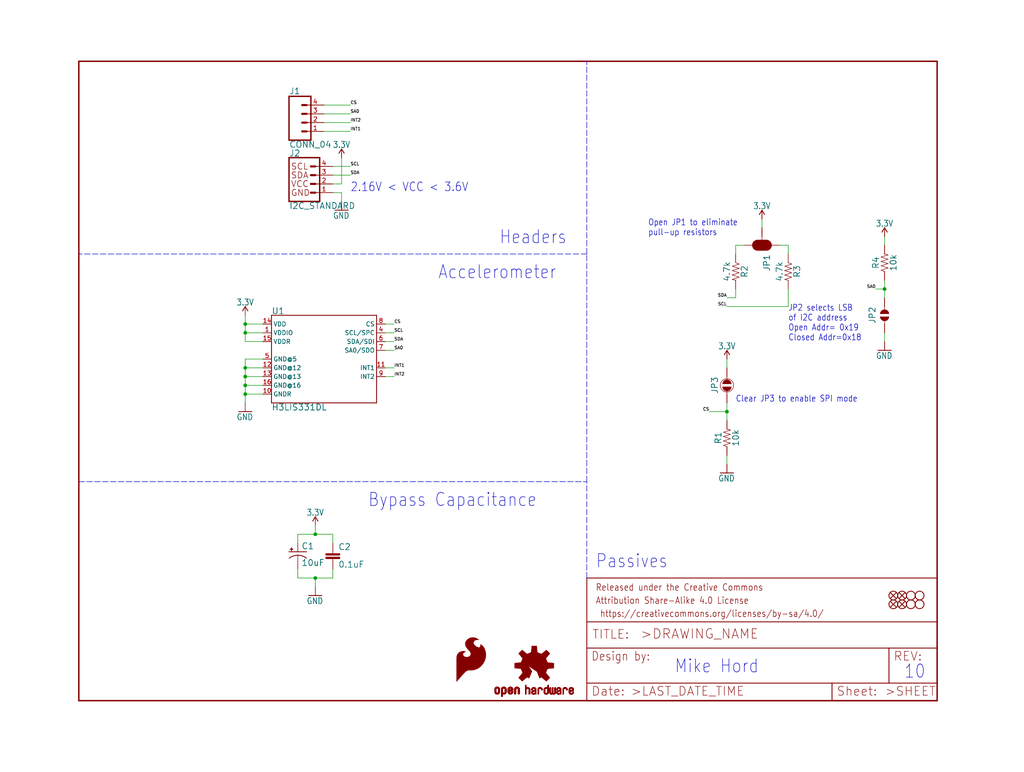
<source format=kicad_sch>
(kicad_sch (version 20211123) (generator eeschema)
  (paper "User" 297.002 223.926)
  (lib_symbols
    (symbol "eagleSchem-eagle-import:0.1UF-0603-25V-5%"
      (property "Reference" "C" (at 1.524 2.921 0))
      (property "Value" "0.1UF-0603-25V-5%" (at 1.524 -2.159 0))
      (symbol "0.1UF-0603-25V-5%_1_0"
        (pin passive line (at 0 5.08 270) (length 2.54) (name "1") (number "1"))
        (pin passive line (at 0 -2.54 90) (length 2.54) (name "2") (number "2"))
      )
    )
    (symbol "eagleSchem-eagle-import:10KOHM-0603-1{slash}10W-1%"
      (property "Reference" "R" (at 0 1.524 0))
      (property "Value" "10KOHM-0603-1{slash}10W-1%" (at 0 -1.524 0))
      (symbol "10KOHM-0603-1{slash}10W-1%_1_0"
        (pin passive line (at -5.08 0 0) (length 2.54) (name "1") (number "1"))
        (pin passive line (at 5.08 0 180) (length 2.54) (name "2") (number "2"))
      )
    )
    (symbol "eagleSchem-eagle-import:10UF-POLAR-EIA3216-16V-10%(TANT)"
      (property "Reference" "C" (at 1.016 0.635 0))
      (property "Value" "10UF-POLAR-EIA3216-16V-10%(TANT)" (at 1.016 -4.191 0))
      (symbol "10UF-POLAR-EIA3216-16V-10%(TANT)_1_0"
        (pin passive line (at 0 2.54 270) (length 2.54) (name "+") (number "+"))
        (pin passive line (at 0 -5.08 90) (length 2.54) (name "-") (number "-"))
      )
    )
    (symbol "eagleSchem-eagle-import:3.3V" (power)
      (property "Value" "3.3V" (at 0 2.794 0))
      (symbol "3.3V_1_0"
        (pin power_in line (at 0 0 90) (length 2.54) (name "3.3V") (number "1"))
      )
    )
    (symbol "eagleSchem-eagle-import:4.7KOHM-0603-1{slash}10W-1%"
      (property "Reference" "R" (at 0 1.524 0))
      (property "Value" "4.7KOHM-0603-1{slash}10W-1%" (at 0 -1.524 0))
      (symbol "4.7KOHM-0603-1{slash}10W-1%_1_0"
        (pin passive line (at -5.08 0 0) (length 2.54) (name "1") (number "1"))
        (pin passive line (at 5.08 0 180) (length 2.54) (name "2") (number "2"))
      )
    )
    (symbol "eagleSchem-eagle-import:CONN_04"
      (property "Reference" "J" (at -5.08 8.128 0))
      (property "Value" "CONN_04" (at -5.08 -7.366 0))
      (symbol "CONN_04_1_0"
        (pin passive line (at 5.08 -2.54 180) (length 5.08) (name "1") (number "1"))
        (pin passive line (at 5.08 0 180) (length 5.08) (name "2") (number "2"))
        (pin passive line (at 5.08 2.54 180) (length 5.08) (name "3") (number "3"))
        (pin passive line (at 5.08 5.08 180) (length 5.08) (name "4") (number "4"))
      )
    )
    (symbol "eagleSchem-eagle-import:FIDUCIAL1X2")
    (symbol "eagleSchem-eagle-import:FRAME-LETTER"
      (symbol "FRAME-LETTER_2_0"
        (text " https://creativecommons.org/licenses/by-sa/4.0/" (at 2.54 24.13 0) (effects (font (size 1.9304 1.6408)) (justify left bottom)))
        (text ">DRAWING_NAME" (at 15.494 17.78 0) (effects (font (size 2.7432 2.7432)) (justify left bottom)))
        (text ">LAST_DATE_TIME" (at 12.7 1.27 0) (effects (font (size 2.54 2.54)) (justify left bottom)))
        (text ">SHEET" (at 86.36 1.27 0) (effects (font (size 2.54 2.54)) (justify left bottom)))
        (text "Attribution Share-Alike 4.0 License" (at 2.54 27.94 0) (effects (font (size 1.9304 1.6408)) (justify left bottom)))
        (text "Date:" (at 1.27 1.27 0) (effects (font (size 2.54 2.54)) (justify left bottom)))
        (text "Design by:" (at 1.27 11.43 0) (effects (font (size 2.54 2.159)) (justify left bottom)))
        (text "Released under the Creative Commons" (at 2.54 31.75 0) (effects (font (size 1.9304 1.6408)) (justify left bottom)))
        (text "REV:" (at 88.9 11.43 0) (effects (font (size 2.54 2.54)) (justify left bottom)))
        (text "Sheet:" (at 72.39 1.27 0) (effects (font (size 2.54 2.54)) (justify left bottom)))
        (text "TITLE:" (at 1.524 17.78 0) (effects (font (size 2.54 2.54)) (justify left bottom)))
      )
    )
    (symbol "eagleSchem-eagle-import:GND" (power)
      (property "Value" "GND" (at -2.54 -2.54 0))
      (symbol "GND_1_0"
        (pin power_in line (at 0 2.54 270) (length 2.54) (name "GND") (number "1"))
      )
    )
    (symbol "eagleSchem-eagle-import:H3LIS331DL"
      (property "Reference" "U" (at -15.24 12.954 0))
      (property "Value" "H3LIS331DL" (at -15.24 -12.954 0))
      (symbol "H3LIS331DL_1_0"
        (pin bidirectional line (at -17.78 7.62 0) (length 2.54) (name "VDDIO") (number "1"))
        (pin bidirectional line (at -17.78 -10.16 0) (length 2.54) (name "GNDR") (number "10"))
        (pin bidirectional line (at 17.78 -2.54 180) (length 2.54) (name "INT1") (number "11"))
        (pin bidirectional line (at -17.78 -2.54 0) (length 2.54) (name "GND@12") (number "12"))
        (pin bidirectional line (at -17.78 -5.08 0) (length 2.54) (name "GND@13") (number "13"))
        (pin bidirectional line (at -17.78 10.16 0) (length 2.54) (name "VDD") (number "14"))
        (pin bidirectional line (at -17.78 5.08 0) (length 2.54) (name "VDDR") (number "15"))
        (pin bidirectional line (at -17.78 -7.62 0) (length 2.54) (name "GND@16") (number "16"))
        (pin bidirectional line (at 17.78 7.62 180) (length 2.54) (name "SCL/SPC") (number "4"))
        (pin bidirectional line (at -17.78 0 0) (length 2.54) (name "GND@5") (number "5"))
        (pin bidirectional line (at 17.78 5.08 180) (length 2.54) (name "SDA/SDI") (number "6"))
        (pin bidirectional line (at 17.78 2.54 180) (length 2.54) (name "SA0/SDO") (number "7"))
        (pin bidirectional line (at 17.78 10.16 180) (length 2.54) (name "CS") (number "8"))
        (pin bidirectional line (at 17.78 -5.08 180) (length 2.54) (name "INT2") (number "9"))
      )
    )
    (symbol "eagleSchem-eagle-import:I2C_STANDARD"
      (property "Reference" "J" (at -5.08 7.874 0))
      (property "Value" "I2C_STANDARD" (at -5.08 -5.334 0))
      (symbol "I2C_STANDARD_1_0"
        (text "GND" (at -4.572 -2.54 0) (effects (font (size 1.778 1.778)) (justify left)))
        (text "SCL" (at -4.572 5.08 0) (effects (font (size 1.778 1.778)) (justify left)))
        (text "SDA" (at -4.572 2.54 0) (effects (font (size 1.778 1.778)) (justify left)))
        (text "VCC" (at -4.572 0 0) (effects (font (size 1.778 1.778)) (justify left)))
        (pin power_in line (at 7.62 -2.54 180) (length 5.08) (name "1") (number "1"))
        (pin power_in line (at 7.62 0 180) (length 5.08) (name "2") (number "2"))
        (pin passive line (at 7.62 2.54 180) (length 5.08) (name "3") (number "3"))
        (pin passive line (at 7.62 5.08 180) (length 5.08) (name "4") (number "4"))
      )
    )
    (symbol "eagleSchem-eagle-import:JUMPER-SMT_2_NC_PASTE_NO-SILK"
      (property "Reference" "JP" (at -2.54 2.54 0))
      (property "Value" "JUMPER-SMT_2_NC_PASTE_NO-SILK" (at -2.54 -2.54 0))
      (symbol "JUMPER-SMT_2_NC_PASTE_NO-SILK_1_0"
        (pin passive line (at -5.08 0 0) (length 2.54) (name "1") (number "1"))
        (pin passive line (at 5.08 0 180) (length 2.54) (name "2") (number "2"))
      )
    )
    (symbol "eagleSchem-eagle-import:JUMPER-SMT_2_NO_NO-SILK"
      (property "Reference" "JP" (at -2.54 2.54 0))
      (property "Value" "JUMPER-SMT_2_NO_NO-SILK" (at -2.54 -2.54 0))
      (symbol "JUMPER-SMT_2_NO_NO-SILK_1_0"
        (pin passive line (at -5.08 0 0) (length 2.54) (name "1") (number "1"))
        (pin passive line (at 5.08 0 180) (length 2.54) (name "2") (number "2"))
      )
    )
    (symbol "eagleSchem-eagle-import:JUMPER-SMT_3_2-NC_PASTE_NO-SILK"
      (property "Reference" "JP" (at 2.54 0.381 0))
      (property "Value" "JUMPER-SMT_3_2-NC_PASTE_NO-SILK" (at 2.54 -0.381 0))
      (symbol "JUMPER-SMT_3_2-NC_PASTE_NO-SILK_1_0"
        (pin passive line (at 0 5.08 270) (length 2.54) (name "1") (number "1"))
        (pin passive line (at -5.08 0 0) (length 2.54) (name "2") (number "2"))
        (pin passive line (at 0 -5.08 90) (length 2.54) (name "3") (number "3"))
      )
    )
    (symbol "eagleSchem-eagle-import:OSHW-LOGOS")
    (symbol "eagleSchem-eagle-import:SFE_LOGO_FLAME.1_INCH")
    (symbol "eagleSchem-eagle-import:STAND-OFF")
  )
  (junction (at 91.44 154.94))
  (junction (at 71.12 111.76))
  (junction (at 71.12 109.22))
  (junction (at 210.82 119.38))
  (junction (at 71.12 96.52))
  (junction (at 71.12 93.98))
  (junction (at 71.12 114.3))
  (junction (at 91.44 167.64))
  (junction (at 71.12 106.68))
  (junction (at 256.54 83.82))
  (wire (pts (xy 210.82 132.08) (xy 210.82 134.62)))
  (wire (pts (xy 215.9 71.12) (xy 213.36 71.12)))
  (wire (pts (xy 76.2 114.3) (xy 71.12 114.3)))
  (wire (pts (xy 76.2 93.98) (xy 71.12 93.98)))
  (wire (pts (xy 96.52 53.34) (xy 99.06 53.34)))
  (wire (pts (xy 228.6 88.9) (xy 210.82 88.9)))
  (wire (pts (xy 256.54 83.82) (xy 256.54 81.28)))
  (polyline (pts (xy 170.18 73.66) (xy 22.86 73.66)))
  (wire (pts (xy 71.12 106.68) (xy 71.12 109.22)))
  (wire (pts (xy 228.6 83.82) (xy 228.6 88.9)))
  (polyline (pts (xy 22.86 139.7) (xy 170.18 139.7)))
  (wire (pts (xy 213.36 86.36) (xy 210.82 86.36)))
  (wire (pts (xy 71.12 96.52) (xy 71.12 93.98)))
  (wire (pts (xy 213.36 71.12) (xy 213.36 73.66)))
  (wire (pts (xy 220.98 63.5) (xy 220.98 66.04)))
  (wire (pts (xy 111.76 93.98) (xy 114.3 93.98)))
  (wire (pts (xy 111.76 109.22) (xy 114.3 109.22)))
  (wire (pts (xy 256.54 83.82) (xy 254 83.82)))
  (wire (pts (xy 76.2 96.52) (xy 71.12 96.52)))
  (wire (pts (xy 96.52 55.88) (xy 99.06 55.88)))
  (wire (pts (xy 99.06 53.34) (xy 99.06 45.72)))
  (wire (pts (xy 86.36 167.64) (xy 91.44 167.64)))
  (wire (pts (xy 96.52 154.94) (xy 96.52 157.48)))
  (wire (pts (xy 71.12 114.3) (xy 71.12 116.84)))
  (wire (pts (xy 111.76 106.68) (xy 114.3 106.68)))
  (wire (pts (xy 71.12 109.22) (xy 71.12 111.76)))
  (wire (pts (xy 86.36 165.1) (xy 86.36 167.64)))
  (wire (pts (xy 71.12 104.14) (xy 71.12 106.68)))
  (wire (pts (xy 93.98 35.56) (xy 101.6 35.56)))
  (wire (pts (xy 210.82 104.14) (xy 210.82 106.68)))
  (wire (pts (xy 71.12 93.98) (xy 71.12 91.44)))
  (wire (pts (xy 111.76 101.6) (xy 114.3 101.6)))
  (wire (pts (xy 96.52 167.64) (xy 96.52 165.1)))
  (wire (pts (xy 91.44 170.18) (xy 91.44 167.64)))
  (wire (pts (xy 71.12 99.06) (xy 71.12 96.52)))
  (wire (pts (xy 86.36 157.48) (xy 86.36 154.94)))
  (wire (pts (xy 210.82 119.38) (xy 205.74 119.38)))
  (polyline (pts (xy 170.18 167.64) (xy 170.18 139.7)))
  (wire (pts (xy 111.76 99.06) (xy 114.3 99.06)))
  (wire (pts (xy 256.54 99.06) (xy 256.54 96.52)))
  (wire (pts (xy 76.2 111.76) (xy 71.12 111.76)))
  (wire (pts (xy 226.06 71.12) (xy 228.6 71.12)))
  (wire (pts (xy 76.2 109.22) (xy 71.12 109.22)))
  (wire (pts (xy 71.12 111.76) (xy 71.12 114.3)))
  (polyline (pts (xy 170.18 73.66) (xy 170.18 17.78)))
  (wire (pts (xy 256.54 68.58) (xy 256.54 71.12)))
  (wire (pts (xy 210.82 116.84) (xy 210.82 119.38)))
  (wire (pts (xy 96.52 50.8) (xy 101.6 50.8)))
  (wire (pts (xy 111.76 96.52) (xy 114.3 96.52)))
  (wire (pts (xy 91.44 154.94) (xy 96.52 154.94)))
  (wire (pts (xy 210.82 119.38) (xy 210.82 121.92)))
  (wire (pts (xy 228.6 71.12) (xy 228.6 73.66)))
  (wire (pts (xy 99.06 55.88) (xy 99.06 58.42)))
  (wire (pts (xy 93.98 38.1) (xy 101.6 38.1)))
  (wire (pts (xy 76.2 99.06) (xy 71.12 99.06)))
  (wire (pts (xy 91.44 167.64) (xy 96.52 167.64)))
  (wire (pts (xy 76.2 104.14) (xy 71.12 104.14)))
  (wire (pts (xy 91.44 154.94) (xy 91.44 152.4)))
  (wire (pts (xy 86.36 154.94) (xy 91.44 154.94)))
  (wire (pts (xy 93.98 30.48) (xy 101.6 30.48)))
  (wire (pts (xy 96.52 48.26) (xy 101.6 48.26)))
  (wire (pts (xy 76.2 106.68) (xy 71.12 106.68)))
  (wire (pts (xy 256.54 86.36) (xy 256.54 83.82)))
  (polyline (pts (xy 170.18 139.7) (xy 170.18 73.66)))
  (wire (pts (xy 93.98 33.02) (xy 101.6 33.02)))
  (wire (pts (xy 213.36 83.82) (xy 213.36 86.36)))
  (text "10" (at 262.128 197.104 180) (effects (font (size 3.81 3.2385)) (justify left bottom)))
  (text "Open JP1 to eliminate\npull-up resistors" (at 187.96 68.58 180) (effects (font (size 1.778 1.5113)) (justify left bottom)))
  (text "JP2 selects LSB\nof I2C address\nOpen Addr= 0x19\nClosed Addr=0x18" (at 228.6 99.06 0) (effects (font (size 1.778 1.5113)) (justify left bottom)))
  (text "Accelerometer" (at 127 81.28 180) (effects (font (size 3.81 3.2385)) (justify left bottom)))
  (text "Bypass Capacitance" (at 106.68 147.32 180) (effects (font (size 3.81 3.2385)) (justify left bottom)))
  (text "Mike Hord" (at 195.58 195.58 180) (effects (font (size 3.81 3.2385)) (justify left bottom)))
  (text "2.16V < VCC < 3.6V" (at 101.6 55.88 180) (effects (font (size 2.54 2.159)) (justify left bottom)))
  (text "Clear JP3 to enable SPI mode" (at 213.36 116.84 180) (effects (font (size 1.778 1.5113)) (justify left bottom)))
  (text "Passives" (at 172.72 165.1 180) (effects (font (size 3.81 3.2385)) (justify left bottom)))
  (text "Headers" (at 144.78 71.12 180) (effects (font (size 3.81 3.2385)) (justify left bottom)))
  (label "CS" (at 114.3 93.98 0) (effects (font (size 0.889 0.889))))
  (label "SA0" (at 101.6 33.02 0) (effects (font (size 0.889 0.889))))
  (label "SCL" (at 101.6 48.26 0) (effects (font (size 0.889 0.889))))
  (label "SA0" (at 114.3 101.6 0) (effects (font (size 0.889 0.889))))
  (label "INT1" (at 101.6 38.1 0) (effects (font (size 0.889 0.889))))
  (label "SDA" (at 101.6 50.8 0) (effects (font (size 0.889 0.889))))
  (label "INT2" (at 101.6 35.56 0) (effects (font (size 0.889 0.889))))
  (label "SDA" (at 114.3 99.06 0) (effects (font (size 0.889 0.889))))
  (label "SDA" (at 210.82 86.36 180) (effects (font (size 0.889 0.889))))
  (label "SCL" (at 114.3 96.52 0) (effects (font (size 0.889 0.889))))
  (label "SA0" (at 254 83.82 180) (effects (font (size 0.889 0.889))))
  (label "INT1" (at 114.3 106.68 0) (effects (font (size 0.889 0.889))))
  (label "CS" (at 205.74 119.38 180) (effects (font (size 0.889 0.889))))
  (label "CS" (at 101.6 30.48 0) (effects (font (size 0.889 0.889))))
  (label "SCL" (at 210.82 88.9 180) (effects (font (size 0.889 0.889))))
  (label "INT2" (at 114.3 109.22 0) (effects (font (size 0.889 0.889))))
  (symbol (lib_id "eagleSchem-eagle-import:3.3V") (at 91.44 152.4 0) (unit 1)
    (property "Reference" "#SUPPLY6" (effects hide))
    (property "Value" "3.3V" (at 91.44 149.606 0) (effects (font (size 1.778 1.5113)) (justify bottom)))
    (property "Footprint" "eagleSchem:" (effects hide))
  )
  (symbol (lib_id "eagleSchem-eagle-import:STAND-OFF") (at 264.16 172.72 0) (unit 1)
    (property "Reference" "JP8" (effects hide))
    (property "Value" "STAND-OFF" (effects hide))
    (property "Footprint" "eagleSchem:STAND-OFF" (effects hide))
  )
  (symbol (lib_id "eagleSchem-eagle-import:FIDUCIAL1X2") (at 259.08 172.72 0) (unit 1)
    (property "Reference" "JP4" (effects hide))
    (property "Value" "FIDUCIAL1X2" (effects hide))
    (property "Footprint" "eagleSchem:FIDUCIAL-1X2" (effects hide))
  )
  (symbol (lib_id "eagleSchem-eagle-import:4.7KOHM-0603-1{slash}10W-1%") (at 213.36 78.74 270) (unit 1)
    (property "Reference" "R2" (at 214.884 78.74 0) (effects (font (size 1.778 1.778)) (justify bottom)))
    (property "Value" "4.7k" (at 211.836 78.74 0) (effects (font (size 1.778 1.778)) (justify top)))
    (property "Footprint" "eagleSchem:0603" (effects hide))
  )
  (symbol (lib_id "eagleSchem-eagle-import:STAND-OFF") (at 264.16 175.26 0) (unit 1)
    (property "Reference" "JP9" (effects hide))
    (property "Value" "STAND-OFF" (effects hide))
    (property "Footprint" "eagleSchem:STAND-OFF" (effects hide))
  )
  (symbol (lib_id "eagleSchem-eagle-import:FRAME-LETTER") (at 170.18 203.2 0) (unit 2)
    (property "Reference" "FRAME1" (effects hide))
    (property "Value" "FRAME-LETTER" (effects hide))
    (property "Footprint" "eagleSchem:CREATIVE_COMMONS" (effects hide))
  )
  (symbol (lib_id "eagleSchem-eagle-import:3.3V") (at 256.54 68.58 0) (unit 1)
    (property "Reference" "#SUPPLY5" (effects hide))
    (property "Value" "3.3V" (at 256.54 65.786 0) (effects (font (size 1.778 1.5113)) (justify bottom)))
    (property "Footprint" "eagleSchem:" (effects hide))
  )
  (symbol (lib_id "eagleSchem-eagle-import:FIDUCIAL1X2") (at 261.62 175.26 0) (unit 1)
    (property "Reference" "JP7" (effects hide))
    (property "Value" "FIDUCIAL1X2" (effects hide))
    (property "Footprint" "eagleSchem:FIDUCIAL-1X2" (effects hide))
  )
  (symbol (lib_id "eagleSchem-eagle-import:CONN_04") (at 88.9 35.56 0) (unit 1)
    (property "Reference" "J1" (at 83.82 27.432 0) (effects (font (size 1.778 1.778)) (justify left bottom)))
    (property "Value" "CONN_04" (at 83.82 42.926 0) (effects (font (size 1.778 1.778)) (justify left bottom)))
    (property "Footprint" "eagleSchem:1X04" (effects hide))
  )
  (symbol (lib_id "eagleSchem-eagle-import:FRAME-LETTER") (at 22.86 203.2 0) (unit 1)
    (property "Reference" "FRAME1" (effects hide))
    (property "Value" "FRAME-LETTER" (effects hide))
    (property "Footprint" "eagleSchem:CREATIVE_COMMONS" (effects hide))
  )
  (symbol (lib_id "eagleSchem-eagle-import:GND") (at 256.54 101.6 0) (unit 1)
    (property "Reference" "#GND4" (effects hide))
    (property "Value" "GND" (at 254 104.14 0) (effects (font (size 1.778 1.5113)) (justify left bottom)))
    (property "Footprint" "eagleSchem:" (effects hide))
  )
  (symbol (lib_id "eagleSchem-eagle-import:OSHW-LOGOS") (at 154.94 193.04 0) (unit 1)
    (property "Reference" "LOGO2" (effects hide))
    (property "Value" "OSHW-LOGOS" (effects hide))
    (property "Footprint" "eagleSchem:OSHW-LOGO-S" (effects hide))
  )
  (symbol (lib_id "eagleSchem-eagle-import:3.3V") (at 210.82 104.14 0) (unit 1)
    (property "Reference" "#SUPPLY3" (effects hide))
    (property "Value" "3.3V" (at 210.82 101.346 0) (effects (font (size 1.778 1.5113)) (justify bottom)))
    (property "Footprint" "eagleSchem:" (effects hide))
  )
  (symbol (lib_id "eagleSchem-eagle-import:3.3V") (at 99.06 45.72 0) (unit 1)
    (property "Reference" "#SUPPLY1" (effects hide))
    (property "Value" "3.3V" (at 99.06 42.926 0) (effects (font (size 1.778 1.5113)) (justify bottom)))
    (property "Footprint" "eagleSchem:" (effects hide))
  )
  (symbol (lib_id "eagleSchem-eagle-import:STAND-OFF") (at 266.7 175.26 0) (unit 1)
    (property "Reference" "JP11" (effects hide))
    (property "Value" "STAND-OFF" (effects hide))
    (property "Footprint" "eagleSchem:STAND-OFF" (effects hide))
  )
  (symbol (lib_id "eagleSchem-eagle-import:JUMPER-SMT_2_NO_NO-SILK") (at 256.54 91.44 90) (unit 1)
    (property "Reference" "JP2" (at 254 93.98 0) (effects (font (size 1.778 1.778)) (justify left bottom)))
    (property "Value" "JUMPER-SMT_2_NO_NO-SILK" (effects hide))
    (property "Footprint" "eagleSchem:SMT-JUMPER_2_NO_NO-SILK" (effects hide))
  )
  (symbol (lib_id "eagleSchem-eagle-import:10KOHM-0603-1{slash}10W-1%") (at 210.82 127 90) (unit 1)
    (property "Reference" "R1" (at 209.296 127 0) (effects (font (size 1.778 1.778)) (justify bottom)))
    (property "Value" "10k" (at 212.344 127 0) (effects (font (size 1.778 1.778)) (justify top)))
    (property "Footprint" "eagleSchem:0603" (effects hide))
  )
  (symbol (lib_id "eagleSchem-eagle-import:GND") (at 91.44 172.72 0) (unit 1)
    (property "Reference" "#GND5" (effects hide))
    (property "Value" "GND" (at 88.9 175.26 0) (effects (font (size 1.778 1.5113)) (justify left bottom)))
    (property "Footprint" "eagleSchem:" (effects hide))
  )
  (symbol (lib_id "eagleSchem-eagle-import:H3LIS331DL") (at 93.98 104.14 0) (unit 1)
    (property "Reference" "U1" (at 78.74 91.186 0) (effects (font (size 1.778 1.778)) (justify left bottom)))
    (property "Value" "H3LIS331DL" (at 78.74 117.094 0) (effects (font (size 1.778 1.778)) (justify left top)))
    (property "Footprint" "eagleSchem:LGA-16-3X3" (effects hide))
  )
  (symbol (lib_id "eagleSchem-eagle-import:10KOHM-0603-1{slash}10W-1%") (at 256.54 76.2 90) (unit 1)
    (property "Reference" "R4" (at 255.016 76.2 0) (effects (font (size 1.778 1.778)) (justify bottom)))
    (property "Value" "10k" (at 258.064 76.2 0) (effects (font (size 1.778 1.778)) (justify top)))
    (property "Footprint" "eagleSchem:0603" (effects hide))
  )
  (symbol (lib_id "eagleSchem-eagle-import:JUMPER-SMT_3_2-NC_PASTE_NO-SILK") (at 220.98 71.12 270) (unit 1)
    (property "Reference" "JP1" (at 221.361 73.66 0) (effects (font (size 1.778 1.778)) (justify left bottom)))
    (property "Value" "JUMPER-SMT_3_2-NC_PASTE_NO-SILK" (effects hide))
    (property "Footprint" "eagleSchem:SMT-JUMPER_3_2-NC_PASTE_NO-SILK" (effects hide))
  )
  (symbol (lib_id "eagleSchem-eagle-import:10UF-POLAR-EIA3216-16V-10%(TANT)") (at 86.36 160.02 0) (unit 1)
    (property "Reference" "C1" (at 87.376 159.385 0) (effects (font (size 1.778 1.778)) (justify left bottom)))
    (property "Value" "10uF" (at 87.376 164.211 0) (effects (font (size 1.778 1.778)) (justify left bottom)))
    (property "Footprint" "eagleSchem:EIA3216" (effects hide))
  )
  (symbol (lib_id "eagleSchem-eagle-import:3.3V") (at 71.12 91.44 0) (unit 1)
    (property "Reference" "#SUPPLY2" (effects hide))
    (property "Value" "3.3V" (at 71.12 88.646 0) (effects (font (size 1.778 1.5113)) (justify bottom)))
    (property "Footprint" "eagleSchem:" (effects hide))
  )
  (symbol (lib_id "eagleSchem-eagle-import:0.1UF-0603-25V-5%") (at 96.52 162.56 0) (unit 1)
    (property "Reference" "C2" (at 98.044 159.639 0) (effects (font (size 1.778 1.778)) (justify left bottom)))
    (property "Value" "0.1uF" (at 98.044 164.719 0) (effects (font (size 1.778 1.778)) (justify left bottom)))
    (property "Footprint" "eagleSchem:0603" (effects hide))
  )
  (symbol (lib_id "eagleSchem-eagle-import:SFE_LOGO_FLAME.1_INCH") (at 132.08 198.12 0) (unit 1)
    (property "Reference" "LOGO1" (effects hide))
    (property "Value" "SFE_LOGO_FLAME.1_INCH" (effects hide))
    (property "Footprint" "eagleSchem:SFE_LOGO_FLAME_.1" (effects hide))
  )
  (symbol (lib_id "eagleSchem-eagle-import:3.3V") (at 220.98 63.5 0) (unit 1)
    (property "Reference" "#SUPPLY4" (effects hide))
    (property "Value" "3.3V" (at 220.98 60.706 0) (effects (font (size 1.778 1.5113)) (justify bottom)))
    (property "Footprint" "eagleSchem:" (effects hide))
  )
  (symbol (lib_id "eagleSchem-eagle-import:STAND-OFF") (at 266.7 172.72 0) (unit 1)
    (property "Reference" "JP10" (effects hide))
    (property "Value" "STAND-OFF" (effects hide))
    (property "Footprint" "eagleSchem:STAND-OFF" (effects hide))
  )
  (symbol (lib_id "eagleSchem-eagle-import:I2C_STANDARD") (at 88.9 53.34 0) (unit 1)
    (property "Reference" "J2" (at 83.82 45.466 0) (effects (font (size 1.778 1.778)) (justify left bottom)))
    (property "Value" "I2C_STANDARD" (at 83.82 58.674 0) (effects (font (size 1.778 1.778)) (justify left top)))
    (property "Footprint" "eagleSchem:1X04" (effects hide))
  )
  (symbol (lib_id "eagleSchem-eagle-import:GND") (at 210.82 137.16 0) (unit 1)
    (property "Reference" "#GND3" (effects hide))
    (property "Value" "GND" (at 208.28 139.7 0) (effects (font (size 1.778 1.5113)) (justify left bottom)))
    (property "Footprint" "eagleSchem:" (effects hide))
  )
  (symbol (lib_id "eagleSchem-eagle-import:FIDUCIAL1X2") (at 261.62 172.72 0) (unit 1)
    (property "Reference" "JP6" (effects hide))
    (property "Value" "FIDUCIAL1X2" (effects hide))
    (property "Footprint" "eagleSchem:FIDUCIAL-1X2" (effects hide))
  )
  (symbol (lib_id "eagleSchem-eagle-import:GND") (at 71.12 119.38 0) (unit 1)
    (property "Reference" "#GND2" (effects hide))
    (property "Value" "GND" (at 68.58 121.92 0) (effects (font (size 1.778 1.5113)) (justify left bottom)))
    (property "Footprint" "eagleSchem:" (effects hide))
  )
  (symbol (lib_id "eagleSchem-eagle-import:4.7KOHM-0603-1{slash}10W-1%") (at 228.6 78.74 270) (unit 1)
    (property "Reference" "R3" (at 230.124 78.74 0) (effects (font (size 1.778 1.778)) (justify bottom)))
    (property "Value" "4.7k" (at 227.076 78.74 0) (effects (font (size 1.778 1.778)) (justify top)))
    (property "Footprint" "eagleSchem:0603" (effects hide))
  )
  (symbol (lib_id "eagleSchem-eagle-import:JUMPER-SMT_2_NC_PASTE_NO-SILK") (at 210.82 111.76 90) (unit 1)
    (property "Reference" "JP3" (at 208.28 114.3 0) (effects (font (size 1.778 1.778)) (justify left bottom)))
    (property "Value" "JUMPER-SMT_2_NC_PASTE_NO-SILK" (effects hide))
    (property "Footprint" "eagleSchem:SMT-JUMPER_2_NC_PASTE_NO-SILK" (effects hide))
  )
  (symbol (lib_id "eagleSchem-eagle-import:GND") (at 99.06 60.96 0) (unit 1)
    (property "Reference" "#GND1" (effects hide))
    (property "Value" "GND" (at 96.52 63.5 0) (effects (font (size 1.778 1.5113)) (justify left bottom)))
    (property "Footprint" "eagleSchem:" (effects hide))
  )
  (symbol (lib_id "eagleSchem-eagle-import:FIDUCIAL1X2") (at 259.08 175.26 0) (unit 1)
    (property "Reference" "JP5" (effects hide))
    (property "Value" "FIDUCIAL1X2" (effects hide))
    (property "Footprint" "eagleSchem:FIDUCIAL-1X2" (effects hide))
  )
)
</source>
